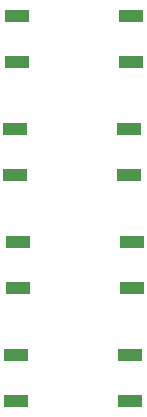
<source format=gtp>
G04 Layer: TopPasteMaskLayer*
G04 EasyEDA v6.5.28, 2023-05-24 19:42:16*
G04 Gerber Generator version 0.2*
G04 Scale: 100 percent, Rotated: No, Reflected: No *
G04 Dimensions in millimeters *
G04 leading zeros omitted , absolute positions ,4 integer and 5 decimal *
%FSLAX45Y45*%
%MOMM*%

%ADD10R,2.0000X1.0000*%

%LPD*%
D10*
G01*
X13092074Y626795D03*
G01*
X14052067Y626795D03*
G01*
X13092074Y236778D03*
G01*
X14052067Y236778D03*
G01*
X13108990Y1583537D03*
G01*
X14069009Y1583537D03*
G01*
X13108990Y1193520D03*
G01*
X14069009Y1193520D03*
G01*
X13083590Y2540279D03*
G01*
X14043609Y2540279D03*
G01*
X13083590Y2150262D03*
G01*
X14043609Y2150262D03*
G01*
X13100532Y3496995D03*
G01*
X14060525Y3496995D03*
G01*
X13100532Y3106978D03*
G01*
X14060525Y3106978D03*
M02*

</source>
